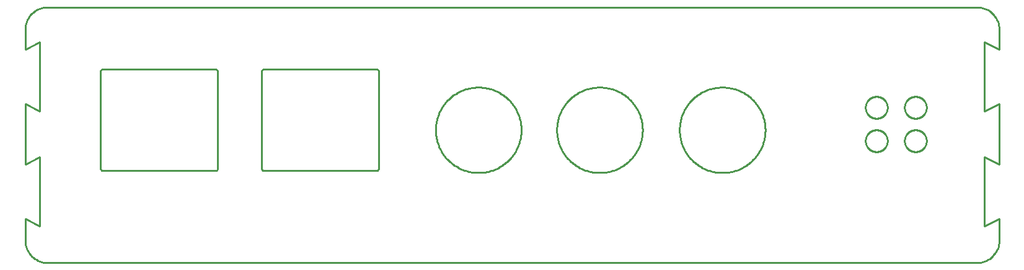
<source format=gbr>
G04 EAGLE Gerber RS-274X export*
G75*
%MOMM*%
%FSLAX34Y34*%
%LPD*%
%IN*%
%IPPOS*%
%AMOC8*
5,1,8,0,0,1.08239X$1,22.5*%
G01*
%ADD10C,0.254000*%


D10*
X0Y30000D02*
X114Y27385D01*
X456Y24791D01*
X1022Y22235D01*
X1809Y19739D01*
X2811Y17321D01*
X4019Y15000D01*
X5425Y12793D01*
X7019Y10716D01*
X8787Y8787D01*
X10716Y7019D01*
X12793Y5425D01*
X15000Y4019D01*
X17321Y2811D01*
X19739Y1809D01*
X22235Y1022D01*
X24791Y456D01*
X27385Y114D01*
X30000Y0D01*
X1300000Y0D01*
X1302615Y114D01*
X1305209Y456D01*
X1307765Y1022D01*
X1310261Y1809D01*
X1312679Y2811D01*
X1315000Y4019D01*
X1317207Y5425D01*
X1319284Y7019D01*
X1321213Y8787D01*
X1322981Y10716D01*
X1324575Y12793D01*
X1325981Y15000D01*
X1327189Y17321D01*
X1328191Y19739D01*
X1328978Y22235D01*
X1329544Y24791D01*
X1329886Y27385D01*
X1330000Y30000D01*
X1330000Y60000D01*
X1310000Y50000D01*
X1310000Y145000D01*
X1330000Y135000D01*
X1330000Y217500D01*
X1310000Y207500D01*
X1310000Y302500D01*
X1330000Y292500D01*
X1330000Y320000D01*
X1329886Y322615D01*
X1329544Y325209D01*
X1328978Y327765D01*
X1328191Y330261D01*
X1327189Y332679D01*
X1325981Y335000D01*
X1324575Y337207D01*
X1322981Y339284D01*
X1321213Y341213D01*
X1319284Y342981D01*
X1317207Y344575D01*
X1315000Y345981D01*
X1312679Y347189D01*
X1310261Y348191D01*
X1307765Y348978D01*
X1305209Y349544D01*
X1302615Y349886D01*
X1300000Y350000D01*
X30000Y350000D01*
X27385Y349886D01*
X24791Y349544D01*
X22235Y348978D01*
X19739Y348191D01*
X17321Y347189D01*
X15000Y345981D01*
X12793Y344575D01*
X10716Y342981D01*
X8787Y341213D01*
X7019Y339284D01*
X5425Y337207D01*
X4019Y335000D01*
X2811Y332679D01*
X1809Y330261D01*
X1022Y327765D01*
X456Y325209D01*
X114Y322615D01*
X0Y320000D01*
X0Y292500D01*
X20000Y302500D01*
X20000Y207500D01*
X0Y217500D01*
X0Y135000D01*
X20000Y145000D01*
X20000Y50000D01*
X0Y60000D01*
X0Y30000D01*
X102700Y129000D02*
X102711Y128739D01*
X102746Y128479D01*
X102802Y128224D01*
X102881Y127974D01*
X102981Y127732D01*
X103102Y127500D01*
X103243Y127279D01*
X103402Y127072D01*
X103579Y126879D01*
X103772Y126702D01*
X103979Y126543D01*
X104200Y126402D01*
X104432Y126281D01*
X104674Y126181D01*
X104924Y126102D01*
X105179Y126046D01*
X105439Y126011D01*
X105700Y126000D01*
X259700Y126000D01*
X259961Y126011D01*
X260221Y126046D01*
X260476Y126102D01*
X260726Y126181D01*
X260968Y126281D01*
X261200Y126402D01*
X261421Y126543D01*
X261628Y126702D01*
X261821Y126879D01*
X261998Y127072D01*
X262157Y127279D01*
X262298Y127500D01*
X262419Y127732D01*
X262519Y127974D01*
X262598Y128224D01*
X262654Y128479D01*
X262689Y128739D01*
X262700Y129000D01*
X262700Y262000D01*
X262689Y262261D01*
X262654Y262521D01*
X262598Y262776D01*
X262519Y263026D01*
X262419Y263268D01*
X262298Y263500D01*
X262157Y263721D01*
X261998Y263928D01*
X261821Y264121D01*
X261628Y264298D01*
X261421Y264457D01*
X261200Y264598D01*
X260968Y264719D01*
X260726Y264819D01*
X260476Y264898D01*
X260221Y264954D01*
X259961Y264989D01*
X259700Y265000D01*
X105700Y265000D01*
X105439Y264989D01*
X105179Y264954D01*
X104924Y264898D01*
X104674Y264819D01*
X104432Y264719D01*
X104200Y264598D01*
X103979Y264457D01*
X103772Y264298D01*
X103579Y264121D01*
X103402Y263928D01*
X103243Y263721D01*
X103102Y263500D01*
X102981Y263268D01*
X102881Y263026D01*
X102802Y262776D01*
X102746Y262521D01*
X102711Y262261D01*
X102700Y262000D01*
X102700Y129000D01*
X322700Y129000D02*
X322711Y128739D01*
X322746Y128479D01*
X322802Y128224D01*
X322881Y127974D01*
X322981Y127732D01*
X323102Y127500D01*
X323243Y127279D01*
X323402Y127072D01*
X323579Y126879D01*
X323772Y126702D01*
X323979Y126543D01*
X324200Y126402D01*
X324432Y126281D01*
X324674Y126181D01*
X324924Y126102D01*
X325179Y126046D01*
X325439Y126011D01*
X325700Y126000D01*
X479700Y126000D01*
X479961Y126011D01*
X480221Y126046D01*
X480476Y126102D01*
X480726Y126181D01*
X480968Y126281D01*
X481200Y126402D01*
X481421Y126543D01*
X481628Y126702D01*
X481821Y126879D01*
X481998Y127072D01*
X482157Y127279D01*
X482298Y127500D01*
X482419Y127732D01*
X482519Y127974D01*
X482598Y128224D01*
X482654Y128479D01*
X482689Y128739D01*
X482700Y129000D01*
X482700Y262000D01*
X482689Y262261D01*
X482654Y262521D01*
X482598Y262776D01*
X482519Y263026D01*
X482419Y263268D01*
X482298Y263500D01*
X482157Y263721D01*
X481998Y263928D01*
X481821Y264121D01*
X481628Y264298D01*
X481421Y264457D01*
X481200Y264598D01*
X480968Y264719D01*
X480726Y264819D01*
X480476Y264898D01*
X480221Y264954D01*
X479961Y264989D01*
X479700Y265000D01*
X325700Y265000D01*
X325439Y264989D01*
X325179Y264954D01*
X324924Y264898D01*
X324674Y264819D01*
X324432Y264719D01*
X324200Y264598D01*
X323979Y264457D01*
X323772Y264298D01*
X323579Y264121D01*
X323402Y263928D01*
X323243Y263721D01*
X323102Y263500D01*
X322981Y263268D01*
X322881Y263026D01*
X322802Y262776D01*
X322746Y262521D01*
X322711Y262261D01*
X322700Y262000D01*
X322700Y129000D01*
X1010644Y180756D02*
X1010569Y178668D01*
X1010420Y176585D01*
X1010197Y174508D01*
X1009900Y172441D01*
X1009529Y170385D01*
X1009085Y168344D01*
X1008568Y166321D01*
X1007980Y164317D01*
X1007320Y162335D01*
X1006591Y160378D01*
X1005791Y158448D01*
X1004924Y156548D01*
X1003989Y154681D01*
X1002988Y152847D01*
X1001922Y151051D01*
X1000793Y149294D01*
X999601Y147578D01*
X998350Y145906D01*
X997039Y144280D01*
X995671Y142701D01*
X994248Y141173D01*
X992771Y139696D01*
X991243Y138273D01*
X989664Y136905D01*
X988038Y135594D01*
X986366Y134343D01*
X984650Y133151D01*
X982893Y132022D01*
X981097Y130956D01*
X979263Y129955D01*
X977396Y129020D01*
X975496Y128153D01*
X973566Y127353D01*
X971609Y126623D01*
X969627Y125964D01*
X967623Y125375D01*
X965599Y124859D01*
X963559Y124415D01*
X961503Y124044D01*
X959436Y123747D01*
X957359Y123524D01*
X955276Y123375D01*
X953188Y123300D01*
X951100Y123300D01*
X949012Y123375D01*
X946929Y123524D01*
X944852Y123747D01*
X942785Y124044D01*
X940729Y124415D01*
X938688Y124859D01*
X936665Y125375D01*
X934661Y125964D01*
X932679Y126623D01*
X930722Y127353D01*
X928792Y128153D01*
X926892Y129020D01*
X925024Y129955D01*
X923191Y130956D01*
X921395Y132022D01*
X919638Y133151D01*
X917922Y134343D01*
X916250Y135594D01*
X914624Y136905D01*
X913045Y138273D01*
X911517Y139696D01*
X910040Y141173D01*
X908616Y142701D01*
X907249Y144280D01*
X905938Y145906D01*
X904686Y147578D01*
X903495Y149294D01*
X902366Y151051D01*
X901300Y152847D01*
X900299Y154681D01*
X899364Y156548D01*
X898497Y158448D01*
X897697Y160378D01*
X896967Y162335D01*
X896308Y164317D01*
X895719Y166321D01*
X895203Y168344D01*
X894759Y170385D01*
X894388Y172441D01*
X894091Y174508D01*
X893867Y176585D01*
X893718Y178668D01*
X893644Y180756D01*
X893644Y182844D01*
X893718Y184932D01*
X893867Y187015D01*
X894091Y189092D01*
X894388Y191159D01*
X894759Y193215D01*
X895203Y195256D01*
X895719Y197279D01*
X896308Y199283D01*
X896967Y201265D01*
X897697Y203222D01*
X898497Y205152D01*
X899364Y207052D01*
X900299Y208919D01*
X901300Y210753D01*
X902366Y212549D01*
X903495Y214306D01*
X904686Y216022D01*
X905938Y217694D01*
X907249Y219320D01*
X908616Y220899D01*
X910040Y222427D01*
X911517Y223904D01*
X913045Y225327D01*
X914624Y226695D01*
X916250Y228006D01*
X917922Y229258D01*
X919638Y230449D01*
X921395Y231578D01*
X923191Y232644D01*
X925024Y233645D01*
X926892Y234580D01*
X928792Y235447D01*
X930722Y236247D01*
X932679Y236977D01*
X934661Y237636D01*
X936665Y238225D01*
X938688Y238741D01*
X940729Y239185D01*
X942785Y239556D01*
X944852Y239853D01*
X946929Y240076D01*
X949012Y240225D01*
X951100Y240300D01*
X953188Y240300D01*
X955276Y240225D01*
X957359Y240076D01*
X959436Y239853D01*
X961503Y239556D01*
X963559Y239185D01*
X965599Y238741D01*
X967623Y238225D01*
X969627Y237636D01*
X971609Y236977D01*
X973566Y236247D01*
X975496Y235447D01*
X977396Y234580D01*
X979263Y233645D01*
X981097Y232644D01*
X982893Y231578D01*
X984650Y230449D01*
X986366Y229258D01*
X988038Y228006D01*
X989664Y226695D01*
X991243Y225327D01*
X992771Y223904D01*
X994248Y222427D01*
X995671Y220899D01*
X997039Y219320D01*
X998350Y217694D01*
X999601Y216022D01*
X1000793Y214306D01*
X1001922Y212549D01*
X1002988Y210753D01*
X1003989Y208919D01*
X1004924Y207052D01*
X1005791Y205152D01*
X1006591Y203222D01*
X1007320Y201265D01*
X1007980Y199283D01*
X1008568Y197279D01*
X1009085Y195256D01*
X1009529Y193215D01*
X1009900Y191159D01*
X1010197Y189092D01*
X1010420Y187015D01*
X1010569Y184932D01*
X1010644Y182844D01*
X1010644Y180756D01*
X677396Y180756D02*
X677321Y178668D01*
X677172Y176585D01*
X676949Y174508D01*
X676652Y172441D01*
X676281Y170385D01*
X675837Y168344D01*
X675320Y166321D01*
X674732Y164317D01*
X674072Y162335D01*
X673343Y160378D01*
X672543Y158448D01*
X671676Y156548D01*
X670741Y154681D01*
X669740Y152847D01*
X668674Y151051D01*
X667545Y149294D01*
X666353Y147578D01*
X665102Y145906D01*
X663791Y144280D01*
X662423Y142701D01*
X661000Y141173D01*
X659523Y139696D01*
X657995Y138273D01*
X656416Y136905D01*
X654790Y135594D01*
X653118Y134343D01*
X651402Y133151D01*
X649645Y132022D01*
X647849Y130956D01*
X646015Y129955D01*
X644148Y129020D01*
X642248Y128153D01*
X640318Y127353D01*
X638361Y126623D01*
X636379Y125964D01*
X634375Y125375D01*
X632351Y124859D01*
X630311Y124415D01*
X628255Y124044D01*
X626188Y123747D01*
X624111Y123524D01*
X622028Y123375D01*
X619940Y123300D01*
X617852Y123300D01*
X615764Y123375D01*
X613681Y123524D01*
X611604Y123747D01*
X609537Y124044D01*
X607481Y124415D01*
X605440Y124859D01*
X603417Y125375D01*
X601413Y125964D01*
X599431Y126623D01*
X597474Y127353D01*
X595544Y128153D01*
X593644Y129020D01*
X591776Y129955D01*
X589943Y130956D01*
X588147Y132022D01*
X586390Y133151D01*
X584674Y134343D01*
X583002Y135594D01*
X581376Y136905D01*
X579797Y138273D01*
X578269Y139696D01*
X576792Y141173D01*
X575368Y142701D01*
X574001Y144280D01*
X572690Y145906D01*
X571438Y147578D01*
X570247Y149294D01*
X569118Y151051D01*
X568052Y152847D01*
X567051Y154681D01*
X566116Y156548D01*
X565249Y158448D01*
X564449Y160378D01*
X563719Y162335D01*
X563060Y164317D01*
X562471Y166321D01*
X561955Y168344D01*
X561511Y170385D01*
X561140Y172441D01*
X560843Y174508D01*
X560619Y176585D01*
X560470Y178668D01*
X560396Y180756D01*
X560396Y182844D01*
X560470Y184932D01*
X560619Y187015D01*
X560843Y189092D01*
X561140Y191159D01*
X561511Y193215D01*
X561955Y195256D01*
X562471Y197279D01*
X563060Y199283D01*
X563719Y201265D01*
X564449Y203222D01*
X565249Y205152D01*
X566116Y207052D01*
X567051Y208919D01*
X568052Y210753D01*
X569118Y212549D01*
X570247Y214306D01*
X571438Y216022D01*
X572690Y217694D01*
X574001Y219320D01*
X575368Y220899D01*
X576792Y222427D01*
X578269Y223904D01*
X579797Y225327D01*
X581376Y226695D01*
X583002Y228006D01*
X584674Y229258D01*
X586390Y230449D01*
X588147Y231578D01*
X589943Y232644D01*
X591776Y233645D01*
X593644Y234580D01*
X595544Y235447D01*
X597474Y236247D01*
X599431Y236977D01*
X601413Y237636D01*
X603417Y238225D01*
X605440Y238741D01*
X607481Y239185D01*
X609537Y239556D01*
X611604Y239853D01*
X613681Y240076D01*
X615764Y240225D01*
X617852Y240300D01*
X619940Y240300D01*
X622028Y240225D01*
X624111Y240076D01*
X626188Y239853D01*
X628255Y239556D01*
X630311Y239185D01*
X632351Y238741D01*
X634375Y238225D01*
X636379Y237636D01*
X638361Y236977D01*
X640318Y236247D01*
X642248Y235447D01*
X644148Y234580D01*
X646015Y233645D01*
X647849Y232644D01*
X649645Y231578D01*
X651402Y230449D01*
X653118Y229258D01*
X654790Y228006D01*
X656416Y226695D01*
X657995Y225327D01*
X659523Y223904D01*
X661000Y222427D01*
X662423Y220899D01*
X663791Y219320D01*
X665102Y217694D01*
X666353Y216022D01*
X667545Y214306D01*
X668674Y212549D01*
X669740Y210753D01*
X670741Y208919D01*
X671676Y207052D01*
X672543Y205152D01*
X673343Y203222D01*
X674072Y201265D01*
X674732Y199283D01*
X675320Y197279D01*
X675837Y195256D01*
X676281Y193215D01*
X676652Y191159D01*
X676949Y189092D01*
X677172Y187015D01*
X677321Y184932D01*
X677396Y182844D01*
X677396Y180756D01*
X843004Y180756D02*
X842929Y178668D01*
X842780Y176585D01*
X842557Y174508D01*
X842260Y172441D01*
X841889Y170385D01*
X841445Y168344D01*
X840928Y166321D01*
X840340Y164317D01*
X839680Y162335D01*
X838951Y160378D01*
X838151Y158448D01*
X837284Y156548D01*
X836349Y154681D01*
X835348Y152847D01*
X834282Y151051D01*
X833153Y149294D01*
X831961Y147578D01*
X830710Y145906D01*
X829399Y144280D01*
X828031Y142701D01*
X826608Y141173D01*
X825131Y139696D01*
X823603Y138273D01*
X822024Y136905D01*
X820398Y135594D01*
X818726Y134343D01*
X817010Y133151D01*
X815253Y132022D01*
X813457Y130956D01*
X811623Y129955D01*
X809756Y129020D01*
X807856Y128153D01*
X805926Y127353D01*
X803969Y126623D01*
X801987Y125964D01*
X799983Y125375D01*
X797959Y124859D01*
X795919Y124415D01*
X793863Y124044D01*
X791796Y123747D01*
X789719Y123524D01*
X787636Y123375D01*
X785548Y123300D01*
X783460Y123300D01*
X781372Y123375D01*
X779289Y123524D01*
X777212Y123747D01*
X775145Y124044D01*
X773089Y124415D01*
X771048Y124859D01*
X769025Y125375D01*
X767021Y125964D01*
X765039Y126623D01*
X763082Y127353D01*
X761152Y128153D01*
X759252Y129020D01*
X757384Y129955D01*
X755551Y130956D01*
X753755Y132022D01*
X751998Y133151D01*
X750282Y134343D01*
X748610Y135594D01*
X746984Y136905D01*
X745405Y138273D01*
X743877Y139696D01*
X742400Y141173D01*
X740976Y142701D01*
X739609Y144280D01*
X738298Y145906D01*
X737046Y147578D01*
X735855Y149294D01*
X734726Y151051D01*
X733660Y152847D01*
X732659Y154681D01*
X731724Y156548D01*
X730857Y158448D01*
X730057Y160378D01*
X729327Y162335D01*
X728668Y164317D01*
X728079Y166321D01*
X727563Y168344D01*
X727119Y170385D01*
X726748Y172441D01*
X726451Y174508D01*
X726227Y176585D01*
X726078Y178668D01*
X726004Y180756D01*
X726004Y182844D01*
X726078Y184932D01*
X726227Y187015D01*
X726451Y189092D01*
X726748Y191159D01*
X727119Y193215D01*
X727563Y195256D01*
X728079Y197279D01*
X728668Y199283D01*
X729327Y201265D01*
X730057Y203222D01*
X730857Y205152D01*
X731724Y207052D01*
X732659Y208919D01*
X733660Y210753D01*
X734726Y212549D01*
X735855Y214306D01*
X737046Y216022D01*
X738298Y217694D01*
X739609Y219320D01*
X740976Y220899D01*
X742400Y222427D01*
X743877Y223904D01*
X745405Y225327D01*
X746984Y226695D01*
X748610Y228006D01*
X750282Y229258D01*
X751998Y230449D01*
X753755Y231578D01*
X755551Y232644D01*
X757384Y233645D01*
X759252Y234580D01*
X761152Y235447D01*
X763082Y236247D01*
X765039Y236977D01*
X767021Y237636D01*
X769025Y238225D01*
X771048Y238741D01*
X773089Y239185D01*
X775145Y239556D01*
X777212Y239853D01*
X779289Y240076D01*
X781372Y240225D01*
X783460Y240300D01*
X785548Y240300D01*
X787636Y240225D01*
X789719Y240076D01*
X791796Y239853D01*
X793863Y239556D01*
X795919Y239185D01*
X797959Y238741D01*
X799983Y238225D01*
X801987Y237636D01*
X803969Y236977D01*
X805926Y236247D01*
X807856Y235447D01*
X809756Y234580D01*
X811623Y233645D01*
X813457Y232644D01*
X815253Y231578D01*
X817010Y230449D01*
X818726Y229258D01*
X820398Y228006D01*
X822024Y226695D01*
X823603Y225327D01*
X825131Y223904D01*
X826608Y222427D01*
X828031Y220899D01*
X829399Y219320D01*
X830710Y217694D01*
X831961Y216022D01*
X833153Y214306D01*
X834282Y212549D01*
X835348Y210753D01*
X836349Y208919D01*
X837284Y207052D01*
X838151Y205152D01*
X838951Y203222D01*
X839680Y201265D01*
X840340Y199283D01*
X840928Y197279D01*
X841445Y195256D01*
X841889Y193215D01*
X842260Y191159D01*
X842557Y189092D01*
X842780Y187015D01*
X842929Y184932D01*
X843004Y182844D01*
X843004Y180756D01*
X1230980Y166364D02*
X1230904Y165296D01*
X1230751Y164235D01*
X1230523Y163188D01*
X1230221Y162160D01*
X1229847Y161156D01*
X1229402Y160181D01*
X1228888Y159241D01*
X1228309Y158340D01*
X1227667Y157482D01*
X1226965Y156672D01*
X1226208Y155915D01*
X1225398Y155213D01*
X1224540Y154571D01*
X1223639Y153992D01*
X1222699Y153478D01*
X1221724Y153033D01*
X1220720Y152659D01*
X1219692Y152357D01*
X1218645Y152129D01*
X1217584Y151976D01*
X1216516Y151900D01*
X1215444Y151900D01*
X1214376Y151976D01*
X1213315Y152129D01*
X1212268Y152357D01*
X1211240Y152659D01*
X1210236Y153033D01*
X1209261Y153478D01*
X1208321Y153992D01*
X1207420Y154571D01*
X1206562Y155213D01*
X1205752Y155915D01*
X1204995Y156672D01*
X1204293Y157482D01*
X1203651Y158340D01*
X1203072Y159241D01*
X1202558Y160181D01*
X1202113Y161156D01*
X1201739Y162160D01*
X1201437Y163188D01*
X1201209Y164235D01*
X1201056Y165296D01*
X1200980Y166364D01*
X1200980Y167436D01*
X1201056Y168504D01*
X1201209Y169565D01*
X1201437Y170612D01*
X1201739Y171640D01*
X1202113Y172644D01*
X1202558Y173619D01*
X1203072Y174559D01*
X1203651Y175460D01*
X1204293Y176318D01*
X1204995Y177128D01*
X1205752Y177885D01*
X1206562Y178587D01*
X1207420Y179229D01*
X1208321Y179808D01*
X1209261Y180322D01*
X1210236Y180767D01*
X1211240Y181141D01*
X1212268Y181443D01*
X1213315Y181671D01*
X1214376Y181824D01*
X1215444Y181900D01*
X1216516Y181900D01*
X1217584Y181824D01*
X1218645Y181671D01*
X1219692Y181443D01*
X1220720Y181141D01*
X1221724Y180767D01*
X1222699Y180322D01*
X1223639Y179808D01*
X1224540Y179229D01*
X1225398Y178587D01*
X1226208Y177885D01*
X1226965Y177128D01*
X1227667Y176318D01*
X1228309Y175460D01*
X1228888Y174559D01*
X1229402Y173619D01*
X1229847Y172644D01*
X1230221Y171640D01*
X1230523Y170612D01*
X1230751Y169565D01*
X1230904Y168504D01*
X1230980Y167436D01*
X1230980Y166364D01*
X1230980Y212064D02*
X1230904Y210996D01*
X1230751Y209935D01*
X1230523Y208888D01*
X1230221Y207860D01*
X1229847Y206856D01*
X1229402Y205881D01*
X1228888Y204941D01*
X1228309Y204040D01*
X1227667Y203182D01*
X1226965Y202372D01*
X1226208Y201615D01*
X1225398Y200913D01*
X1224540Y200271D01*
X1223639Y199692D01*
X1222699Y199178D01*
X1221724Y198733D01*
X1220720Y198359D01*
X1219692Y198057D01*
X1218645Y197829D01*
X1217584Y197676D01*
X1216516Y197600D01*
X1215444Y197600D01*
X1214376Y197676D01*
X1213315Y197829D01*
X1212268Y198057D01*
X1211240Y198359D01*
X1210236Y198733D01*
X1209261Y199178D01*
X1208321Y199692D01*
X1207420Y200271D01*
X1206562Y200913D01*
X1205752Y201615D01*
X1204995Y202372D01*
X1204293Y203182D01*
X1203651Y204040D01*
X1203072Y204941D01*
X1202558Y205881D01*
X1202113Y206856D01*
X1201739Y207860D01*
X1201437Y208888D01*
X1201209Y209935D01*
X1201056Y210996D01*
X1200980Y212064D01*
X1200980Y213136D01*
X1201056Y214204D01*
X1201209Y215265D01*
X1201437Y216312D01*
X1201739Y217340D01*
X1202113Y218344D01*
X1202558Y219319D01*
X1203072Y220259D01*
X1203651Y221160D01*
X1204293Y222018D01*
X1204995Y222828D01*
X1205752Y223585D01*
X1206562Y224287D01*
X1207420Y224929D01*
X1208321Y225508D01*
X1209261Y226022D01*
X1210236Y226467D01*
X1211240Y226841D01*
X1212268Y227143D01*
X1213315Y227371D01*
X1214376Y227524D01*
X1215444Y227600D01*
X1216516Y227600D01*
X1217584Y227524D01*
X1218645Y227371D01*
X1219692Y227143D01*
X1220720Y226841D01*
X1221724Y226467D01*
X1222699Y226022D01*
X1223639Y225508D01*
X1224540Y224929D01*
X1225398Y224287D01*
X1226208Y223585D01*
X1226965Y222828D01*
X1227667Y222018D01*
X1228309Y221160D01*
X1228888Y220259D01*
X1229402Y219319D01*
X1229847Y218344D01*
X1230221Y217340D01*
X1230523Y216312D01*
X1230751Y215265D01*
X1230904Y214204D01*
X1230980Y213136D01*
X1230980Y212064D01*
X1177640Y212064D02*
X1177564Y210996D01*
X1177411Y209935D01*
X1177183Y208888D01*
X1176881Y207860D01*
X1176507Y206856D01*
X1176062Y205881D01*
X1175548Y204941D01*
X1174969Y204040D01*
X1174327Y203182D01*
X1173625Y202372D01*
X1172868Y201615D01*
X1172058Y200913D01*
X1171200Y200271D01*
X1170299Y199692D01*
X1169359Y199178D01*
X1168384Y198733D01*
X1167380Y198359D01*
X1166352Y198057D01*
X1165305Y197829D01*
X1164244Y197676D01*
X1163176Y197600D01*
X1162104Y197600D01*
X1161036Y197676D01*
X1159975Y197829D01*
X1158928Y198057D01*
X1157900Y198359D01*
X1156896Y198733D01*
X1155921Y199178D01*
X1154981Y199692D01*
X1154080Y200271D01*
X1153222Y200913D01*
X1152412Y201615D01*
X1151655Y202372D01*
X1150953Y203182D01*
X1150311Y204040D01*
X1149732Y204941D01*
X1149218Y205881D01*
X1148773Y206856D01*
X1148399Y207860D01*
X1148097Y208888D01*
X1147869Y209935D01*
X1147716Y210996D01*
X1147640Y212064D01*
X1147640Y213136D01*
X1147716Y214204D01*
X1147869Y215265D01*
X1148097Y216312D01*
X1148399Y217340D01*
X1148773Y218344D01*
X1149218Y219319D01*
X1149732Y220259D01*
X1150311Y221160D01*
X1150953Y222018D01*
X1151655Y222828D01*
X1152412Y223585D01*
X1153222Y224287D01*
X1154080Y224929D01*
X1154981Y225508D01*
X1155921Y226022D01*
X1156896Y226467D01*
X1157900Y226841D01*
X1158928Y227143D01*
X1159975Y227371D01*
X1161036Y227524D01*
X1162104Y227600D01*
X1163176Y227600D01*
X1164244Y227524D01*
X1165305Y227371D01*
X1166352Y227143D01*
X1167380Y226841D01*
X1168384Y226467D01*
X1169359Y226022D01*
X1170299Y225508D01*
X1171200Y224929D01*
X1172058Y224287D01*
X1172868Y223585D01*
X1173625Y222828D01*
X1174327Y222018D01*
X1174969Y221160D01*
X1175548Y220259D01*
X1176062Y219319D01*
X1176507Y218344D01*
X1176881Y217340D01*
X1177183Y216312D01*
X1177411Y215265D01*
X1177564Y214204D01*
X1177640Y213136D01*
X1177640Y212064D01*
X1177640Y166364D02*
X1177564Y165296D01*
X1177411Y164235D01*
X1177183Y163188D01*
X1176881Y162160D01*
X1176507Y161156D01*
X1176062Y160181D01*
X1175548Y159241D01*
X1174969Y158340D01*
X1174327Y157482D01*
X1173625Y156672D01*
X1172868Y155915D01*
X1172058Y155213D01*
X1171200Y154571D01*
X1170299Y153992D01*
X1169359Y153478D01*
X1168384Y153033D01*
X1167380Y152659D01*
X1166352Y152357D01*
X1165305Y152129D01*
X1164244Y151976D01*
X1163176Y151900D01*
X1162104Y151900D01*
X1161036Y151976D01*
X1159975Y152129D01*
X1158928Y152357D01*
X1157900Y152659D01*
X1156896Y153033D01*
X1155921Y153478D01*
X1154981Y153992D01*
X1154080Y154571D01*
X1153222Y155213D01*
X1152412Y155915D01*
X1151655Y156672D01*
X1150953Y157482D01*
X1150311Y158340D01*
X1149732Y159241D01*
X1149218Y160181D01*
X1148773Y161156D01*
X1148399Y162160D01*
X1148097Y163188D01*
X1147869Y164235D01*
X1147716Y165296D01*
X1147640Y166364D01*
X1147640Y167436D01*
X1147716Y168504D01*
X1147869Y169565D01*
X1148097Y170612D01*
X1148399Y171640D01*
X1148773Y172644D01*
X1149218Y173619D01*
X1149732Y174559D01*
X1150311Y175460D01*
X1150953Y176318D01*
X1151655Y177128D01*
X1152412Y177885D01*
X1153222Y178587D01*
X1154080Y179229D01*
X1154981Y179808D01*
X1155921Y180322D01*
X1156896Y180767D01*
X1157900Y181141D01*
X1158928Y181443D01*
X1159975Y181671D01*
X1161036Y181824D01*
X1162104Y181900D01*
X1163176Y181900D01*
X1164244Y181824D01*
X1165305Y181671D01*
X1166352Y181443D01*
X1167380Y181141D01*
X1168384Y180767D01*
X1169359Y180322D01*
X1170299Y179808D01*
X1171200Y179229D01*
X1172058Y178587D01*
X1172868Y177885D01*
X1173625Y177128D01*
X1174327Y176318D01*
X1174969Y175460D01*
X1175548Y174559D01*
X1176062Y173619D01*
X1176507Y172644D01*
X1176881Y171640D01*
X1177183Y170612D01*
X1177411Y169565D01*
X1177564Y168504D01*
X1177640Y167436D01*
X1177640Y166364D01*
M02*

</source>
